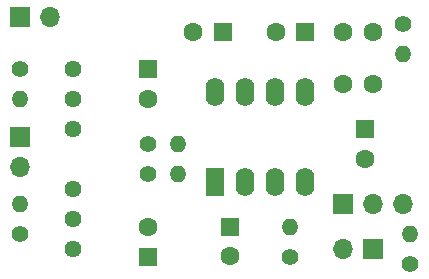
<source format=gbr>
G04 #@! TF.GenerationSoftware,KiCad,Pcbnew,(5.0.2)-1*
G04 #@! TF.CreationDate,2019-11-09T14:36:27+01:00*
G04 #@! TF.ProjectId,LM386Amplifier,4c4d3338-3641-46d7-906c-69666965722e,rev?*
G04 #@! TF.SameCoordinates,Original*
G04 #@! TF.FileFunction,Copper,L1,Top*
G04 #@! TF.FilePolarity,Positive*
%FSLAX46Y46*%
G04 Gerber Fmt 4.6, Leading zero omitted, Abs format (unit mm)*
G04 Created by KiCad (PCBNEW (5.0.2)-1) date 09/11/2019 14:36:27*
%MOMM*%
%LPD*%
G01*
G04 APERTURE LIST*
G04 #@! TA.AperFunction,ComponentPad*
%ADD10C,1.600000*%
G04 #@! TD*
G04 #@! TA.AperFunction,ComponentPad*
%ADD11R,1.700000X1.700000*%
G04 #@! TD*
G04 #@! TA.AperFunction,ComponentPad*
%ADD12O,1.700000X1.700000*%
G04 #@! TD*
G04 #@! TA.AperFunction,ComponentPad*
%ADD13C,1.400000*%
G04 #@! TD*
G04 #@! TA.AperFunction,ComponentPad*
%ADD14O,1.400000X1.400000*%
G04 #@! TD*
G04 #@! TA.AperFunction,ComponentPad*
%ADD15C,1.440000*%
G04 #@! TD*
G04 #@! TA.AperFunction,ComponentPad*
%ADD16R,1.600000X2.400000*%
G04 #@! TD*
G04 #@! TA.AperFunction,ComponentPad*
%ADD17O,1.600000X2.400000*%
G04 #@! TD*
G04 #@! TA.AperFunction,ComponentPad*
%ADD18R,1.600000X1.600000*%
G04 #@! TD*
G04 APERTURE END LIST*
D10*
G04 #@! TO.P,C6,2*
G04 #@! TO.N,Net-(C6-Pad2)*
X163195000Y-85725000D03*
G04 #@! TO.P,C6,1*
G04 #@! TO.N,Net-(C6-Pad1)*
X160655000Y-85725000D03*
G04 #@! TD*
G04 #@! TO.P,C4,2*
G04 #@! TO.N,GND*
X163195000Y-81280000D03*
G04 #@! TO.P,C4,1*
G04 #@! TO.N,+5V*
X160655000Y-81280000D03*
G04 #@! TD*
D11*
G04 #@! TO.P,P1,1*
G04 #@! TO.N,GND*
X133350000Y-80010000D03*
D12*
G04 #@! TO.P,P1,2*
G04 #@! TO.N,+5V*
X135890000Y-80010000D03*
G04 #@! TD*
D13*
G04 #@! TO.P,R4,1*
G04 #@! TO.N,GND*
X165735000Y-80645000D03*
D14*
G04 #@! TO.P,R4,2*
G04 #@! TO.N,Net-(C6-Pad2)*
X165735000Y-83185000D03*
G04 #@! TD*
D13*
G04 #@! TO.P,R5,1*
G04 #@! TO.N,GND*
X166370000Y-100965000D03*
D14*
G04 #@! TO.P,R5,2*
G04 #@! TO.N,Net-(J1-Pad3)*
X166370000Y-98425000D03*
G04 #@! TD*
D13*
G04 #@! TO.P,R3,1*
G04 #@! TO.N,Net-(C5-Pad2)*
X156210000Y-100330000D03*
D14*
G04 #@! TO.P,R3,2*
G04 #@! TO.N,Net-(R3-Pad2)*
X156210000Y-97790000D03*
G04 #@! TD*
D13*
G04 #@! TO.P,R2,1*
G04 #@! TO.N,Net-(C2-Pad2)*
X144145000Y-90805000D03*
D14*
G04 #@! TO.P,R2,2*
G04 #@! TO.N,Net-(R1-Pad2)*
X146685000Y-90805000D03*
G04 #@! TD*
D13*
G04 #@! TO.P,R1,1*
G04 #@! TO.N,Net-(C1-Pad2)*
X144145000Y-93345000D03*
D14*
G04 #@! TO.P,R1,2*
G04 #@! TO.N,Net-(R1-Pad2)*
X146685000Y-93345000D03*
G04 #@! TD*
D13*
G04 #@! TO.P,R6,1*
G04 #@! TO.N,Net-(R6-Pad1)*
X133350000Y-98425000D03*
D14*
G04 #@! TO.P,R6,2*
G04 #@! TO.N,Net-(P2-Pad2)*
X133350000Y-95885000D03*
G04 #@! TD*
D15*
G04 #@! TO.P,RV1,1*
G04 #@! TO.N,Net-(R6-Pad1)*
X137795000Y-94615000D03*
G04 #@! TO.P,RV1,2*
G04 #@! TO.N,Net-(C1-Pad1)*
X137795000Y-97155000D03*
G04 #@! TO.P,RV1,3*
G04 #@! TO.N,GND*
X137795000Y-99695000D03*
G04 #@! TD*
G04 #@! TO.P,RV2,1*
G04 #@! TO.N,Net-(R7-Pad1)*
X137795000Y-84455000D03*
G04 #@! TO.P,RV2,2*
G04 #@! TO.N,Net-(C2-Pad1)*
X137795000Y-86995000D03*
G04 #@! TO.P,RV2,3*
G04 #@! TO.N,GND*
X137795000Y-89535000D03*
G04 #@! TD*
D13*
G04 #@! TO.P,R7,1*
G04 #@! TO.N,Net-(R7-Pad1)*
X133350000Y-84455000D03*
D14*
G04 #@! TO.P,R7,2*
G04 #@! TO.N,Net-(P2-Pad1)*
X133350000Y-86995000D03*
G04 #@! TD*
D11*
G04 #@! TO.P,P2,1*
G04 #@! TO.N,Net-(P2-Pad1)*
X133350000Y-90170000D03*
D12*
G04 #@! TO.P,P2,2*
G04 #@! TO.N,Net-(P2-Pad2)*
X133350000Y-92710000D03*
G04 #@! TD*
D16*
G04 #@! TO.P,U1,1*
G04 #@! TO.N,Net-(C5-Pad1)*
X149860000Y-93980000D03*
D17*
G04 #@! TO.P,U1,5*
G04 #@! TO.N,Net-(C6-Pad1)*
X157480000Y-86360000D03*
G04 #@! TO.P,U1,2*
G04 #@! TO.N,GND*
X152400000Y-93980000D03*
G04 #@! TO.P,U1,6*
G04 #@! TO.N,+5V*
X154940000Y-86360000D03*
G04 #@! TO.P,U1,3*
G04 #@! TO.N,Net-(R1-Pad2)*
X154940000Y-93980000D03*
G04 #@! TO.P,U1,7*
G04 #@! TO.N,Net-(C8-Pad1)*
X152400000Y-86360000D03*
G04 #@! TO.P,U1,4*
G04 #@! TO.N,GND*
X157480000Y-93980000D03*
G04 #@! TO.P,U1,8*
G04 #@! TO.N,Net-(R3-Pad2)*
X149860000Y-86360000D03*
G04 #@! TD*
D18*
G04 #@! TO.P,C1,1*
G04 #@! TO.N,Net-(C1-Pad1)*
X144145000Y-100330000D03*
D10*
G04 #@! TO.P,C1,2*
G04 #@! TO.N,Net-(C1-Pad2)*
X144145000Y-97830000D03*
G04 #@! TD*
D18*
G04 #@! TO.P,C2,1*
G04 #@! TO.N,Net-(C2-Pad1)*
X144145000Y-84455000D03*
D10*
G04 #@! TO.P,C2,2*
G04 #@! TO.N,Net-(C2-Pad2)*
X144145000Y-86955000D03*
G04 #@! TD*
D18*
G04 #@! TO.P,C3,1*
G04 #@! TO.N,+5V*
X157480000Y-81280000D03*
D10*
G04 #@! TO.P,C3,2*
G04 #@! TO.N,GND*
X154980000Y-81280000D03*
G04 #@! TD*
D18*
G04 #@! TO.P,C5,1*
G04 #@! TO.N,Net-(C5-Pad1)*
X151130000Y-97790000D03*
D10*
G04 #@! TO.P,C5,2*
G04 #@! TO.N,Net-(C5-Pad2)*
X151130000Y-100290000D03*
G04 #@! TD*
D18*
G04 #@! TO.P,C7,1*
G04 #@! TO.N,Net-(C6-Pad1)*
X162560000Y-89535000D03*
D10*
G04 #@! TO.P,C7,2*
G04 #@! TO.N,Net-(C7-Pad2)*
X162560000Y-92035000D03*
G04 #@! TD*
D11*
G04 #@! TO.P,SP1,1*
G04 #@! TO.N,Net-(J1-Pad2)*
X163195000Y-99695000D03*
D12*
G04 #@! TO.P,SP1,2*
G04 #@! TO.N,GND*
X160655000Y-99695000D03*
G04 #@! TD*
D11*
G04 #@! TO.P,J1,1*
G04 #@! TO.N,Net-(C7-Pad2)*
X160655000Y-95885000D03*
D12*
G04 #@! TO.P,J1,2*
G04 #@! TO.N,Net-(J1-Pad2)*
X163195000Y-95885000D03*
G04 #@! TO.P,J1,3*
G04 #@! TO.N,Net-(J1-Pad3)*
X165735000Y-95885000D03*
G04 #@! TD*
D18*
G04 #@! TO.P,C8,1*
G04 #@! TO.N,Net-(C8-Pad1)*
X150495000Y-81280000D03*
D10*
G04 #@! TO.P,C8,2*
G04 #@! TO.N,GND*
X147995000Y-81280000D03*
G04 #@! TD*
M02*

</source>
